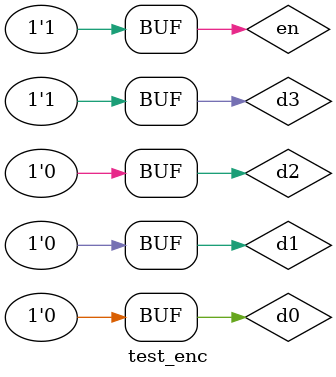
<source format=v>
module encoder_2_4(output a,b,input en,d0,d1,d2,d3);
    or a1(a,d1,d3);
    or a2(b,d2,d3);
endmodule
module test_enc;
    wire a,b;
    reg d0,d1,d2,d3,en;
    encoder_2_4 enc(a,b,en,d0,d1,d2,d3);
    initial
    begin
        $dumpfile("enc_test.vcd");
        $dumpvars(0,test_enc);
        en=1;
        d0=1;d1=0;d2=0;d3=0;
            #20;
        d0=0;d1=1;d2=0;d3=0;
            #20;
        d0=0;d1=0;d2=1;d3=0;
            #20;
        d0=0;d1=0;d2=0;d3=1;
            #20;
    end
endmodule
</source>
